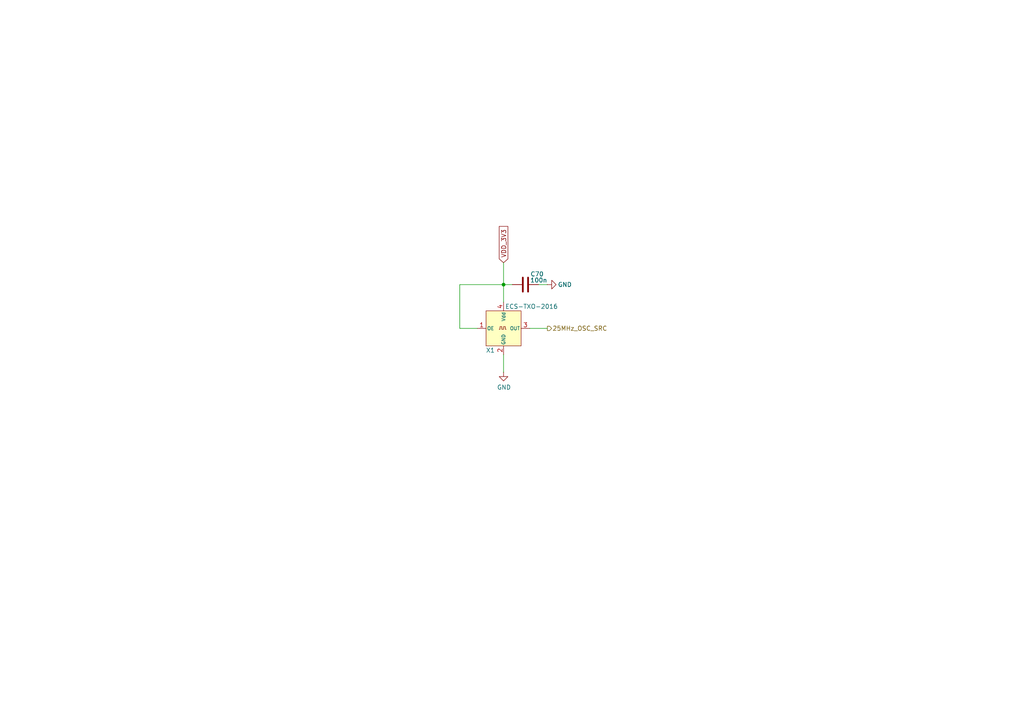
<source format=kicad_sch>
(kicad_sch (version 20231120) (generator "eeschema") (generator_version "8.0")
  (paper "A4")
  (title_block (title "Open MOtor DRiver Initiative  - Single Axis (OMODRI_SA)") (date "2024-11-08") (rev "1.0") (company "LAAS/CNRS"))
  (lib_symbols
    (symbol "Device:C" (pin_numbers hide) (pin_names (offset 0.254))
      (property "Reference" "C" (at 0.635 2.54 0))
      (property "Value" "C" (at 0.635 -2.54 0))
      (symbol "C_0_1"
        (polyline (pts (xy -2.032 -0.762) (xy 2.032 -0.762)) (stroke (width 0.508)))
        (polyline (pts (xy -2.032 0.762) (xy 2.032 0.762)) (stroke (width 0.508)))
      )
      (symbol "C_1_1"
        (pin passive line (at 0 3.81 270) (length 2.794) (name "~") (number "1"))
        (pin passive line (at 0 -3.81 90) (length 2.794) (name "~") (number "2"))
      )
    )
    (symbol "omodri_lib:ECS-TXO-2016" (pin_names (offset 0.254))
      (property "Reference" "X" (at 2.54 8.89 0))
      (property "Value" "ECS-TXO-2016" (at 6.35 6.35 0))
      (symbol "ECS-TXO-2016_0_1"
        (rectangle (start -5.08 5.08) (end 5.08 -5.08) (fill (type background)))
        (polyline (pts (xy -1.27 -0.254) (xy -1.016 -0.254) (xy -1.016 0.508) (xy -0.508 0.508) (xy -0.508 -0.254) (xy 0 -0.254) (xy 0 0.508) (xy 0.508 0.508) (xy 0.508 -0.254) (xy 0.762 -0.254)))
      )
      (symbol "ECS-TXO-2016_1_1"
        (pin input line (at -7.62 0 0) (length 2.54) (name "OE") (number "1"))
        (pin power_in line (at 0 -7.62 90) (length 2.54) (name "GND") (number "2"))
        (pin output line (at 7.62 0 180) (length 2.54) (name "OUT") (number "3"))
        (pin power_in line (at 0 7.62 270) (length 2.54) (name "Vdd") (number "4"))
      )
    )
    (symbol "power:GND" (power) (pin_numbers hide) (pin_names (offset 0) hide)
      (property "Value" "GND" (at 0 -3.81 0))
      (symbol "GND_0_1"
        (polyline (pts (xy 0 0) (xy 0 -1.27) (xy 1.27 -1.27) (xy 0 -2.54) (xy -1.27 -1.27) (xy 0 -1.27)))
      )
      (symbol "GND_1_1"
        (pin power_in line (at 0 0 270) (length 0) (name "~") (number "1"))
      )
    )
  )
  (junction (at 146.05 82.55))
  (wire (pts (xy 146.05 82.55) (xy 146.05 87.63)))
  (wire (pts (xy 133.35 95.25) (xy 138.43 95.25)))
  (wire (pts (xy 146.05 76.2) (xy 146.05 82.55)))
  (wire (pts (xy 156.21 82.55) (xy 158.75 82.55)))
  (wire (pts (xy 146.05 82.55) (xy 148.59 82.55)))
  (wire (pts (xy 153.67 95.25) (xy 158.75 95.25)))
  (wire (pts (xy 133.35 95.25) (xy 133.35 82.55)))
  (wire (pts (xy 133.35 82.55) (xy 146.05 82.55)))
  (wire (pts (xy 146.05 107.95) (xy 146.05 102.87)))
  (global_label "VDD_3V3" (shape input) (at 146.05 76.2 90) (property "Intersheetrefs" "${INTERSHEET_REFS}" (effects (hide yes))) (property "Références Inter-Feuilles" "${INTERSHEET_REFS}" (effects (hide yes))))
  (hierarchical_label "25MHz_OSC_SRC" (shape output) (at 158.75 95.25 0))
  (symbol (lib_id "Device:C") (at 152.4 82.55 90) (unit 1)
    (property "Reference" "C70" (at 157.734 79.502 90) (effects (justify left)))
    (property "Value" "100n" (at 158.75 81.28 90) (effects (justify left)))
    (property "Footprint" "Capacitor_SMD:C_0201_0603Metric" (effects (hide yes)))
    (property "Datasheet" "https://www.murata.com/en-eu/products/productdetail?partno=GRM033R61E104KE14%23" (effects (hide yes)))
    (property "Description" "0201, 100nf, 25V,  ±10%, X5R, SMD MLCC" (effects (hide yes)))
    (property "DigiKey" "490-12686-1-ND" (effects (hide yes)))
    (property "Farnell" "2990693" (effects (hide yes)))
    (property "Mouser" "81-GRM033R61E104KE4D" (effects (hide yes)))
    (property "Part No" "GRM033R61E104KE14D" (effects (hide yes)))
    (property "RS" "185-2066" (effects (hide yes)))
    (property "LCSC" "C76939" (effects (hide yes)))
    (property "Manufacturer" "MURATA" (effects (hide yes)))
    (property "Assembling" "SMD" (effects (hide yes)))
  )
  (symbol (lib_id "power:GND") (at 146.05 107.95 0) (unit 1)
    (property "Reference" "#PWR0107" (effects (hide yes)))
    (property "Value" "GND" (at 146.177 112.3442 0))
    (property "Description" "Power symbol creates a global label with name \"GND\" , ground" (effects (hide yes)))
  )
  (symbol (lib_id "power:GND") (at 158.75 82.55 90) (unit 1)
    (property "Reference" "#PWR0106" (effects (hide yes)))
    (property "Value" "GND" (at 163.83 82.55 90))
    (property "Description" "Power symbol creates a global label with name \"GND\" , ground" (effects (hide yes)))
  )
  (symbol (lib_id "omodri_lib:ECS-TXO-2016") (at 146.05 95.25 0) (unit 1)
    (property "Reference" "X1" (at 142.24 101.6 0))
    (property "Value" "ECS-TXO-2016" (at 154.178 88.9 0))
    (property "Footprint" "udriver3:TCXO_SMD_Ecs_TXO-2016-4Pin_2.0x1.6mm" (effects (hide yes)))
    (property "Datasheet" "https://ecsxtal.com/store/pdf/ECS-TXO-2016.pdf" (effects (hide yes)))
    (property "Description" "2016, TCXO Oscillators 25MHz, 3.3V, HCMOS, 2.5ppm" (effects (hide yes)))
    (property "DigiKey" "XC3163TR-ND" (effects (hide yes)))
    (property "Farnell" "4059413" (effects (hide yes)))
    (property "Mouser" "520-TXO-2016-33-250T" (effects (hide yes)))
    (property "Part No" "ECS-TXO-2016-33-250-TR" (effects (hide yes)))
    (property "LCSC" "C2451474" (effects (hide yes)))
    (property "Manufacturer" "ECS INTERNATIONAL" (effects (hide yes)))
    (property "Assembling" "SND" (effects (hide yes)))
  )
)
</source>
